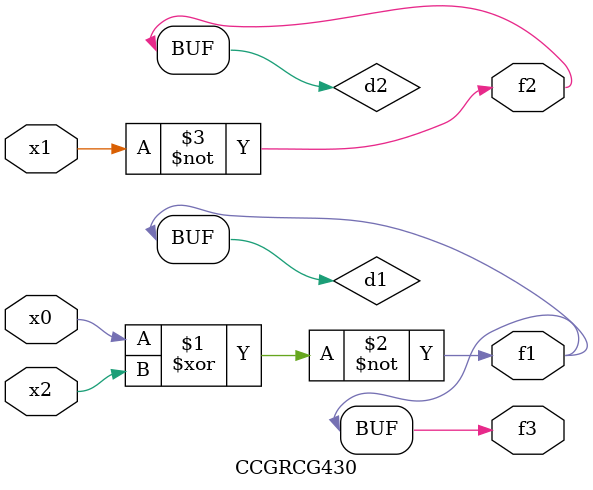
<source format=v>
module CCGRCG430(
	input x0, x1, x2,
	output f1, f2, f3
);

	wire d1, d2, d3;

	xnor (d1, x0, x2);
	nand (d2, x1);
	nor (d3, x1, x2);
	assign f1 = d1;
	assign f2 = d2;
	assign f3 = d1;
endmodule

</source>
